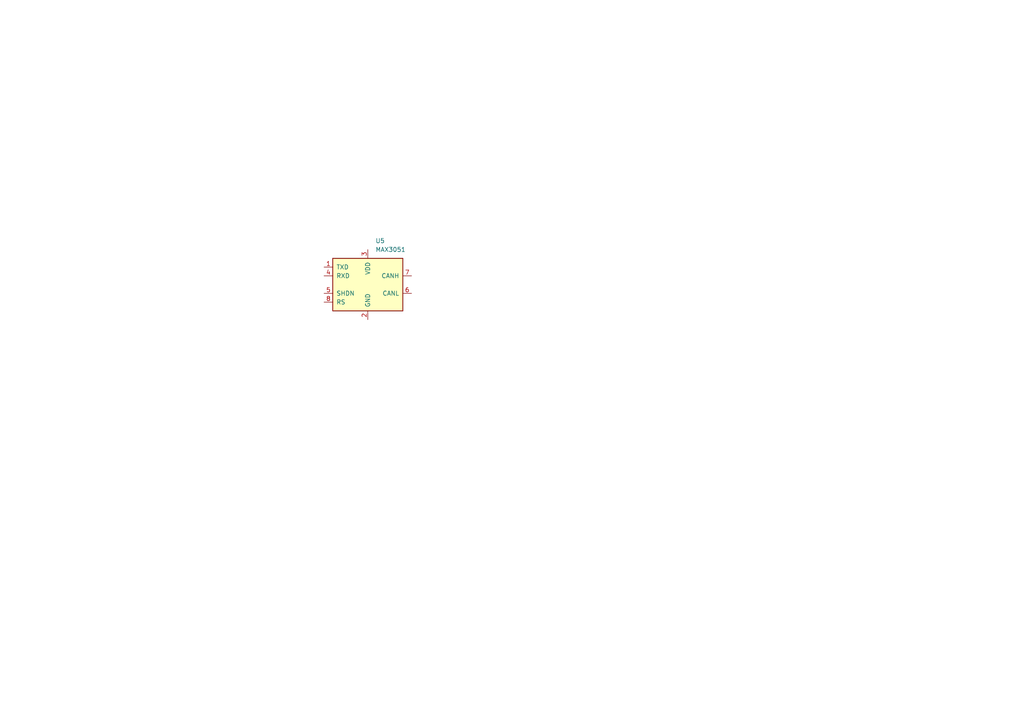
<source format=kicad_sch>
(kicad_sch (version 20230121) (generator eeschema)
  (paper "A4")
  (lib_symbols
    (symbol "Interface_UART:MAX3051" (pin_names (offset 1.016))
      (property "Reference" "U" (at -10.16 8.89 0))
      (property "Value" "MAX3051" (at 2.54 8.89 0))
      (symbol "MAX3051_0_1"
        (rectangle (start -10.16 7.62) (end 10.16 -7.62) (stroke (width 0.254)) (fill (type background)))
      )
      (symbol "MAX3051_1_1"
        (pin input line (at -12.7 5.08 0) (length 2.54) (name "TXD") (number "1"))
        (pin power_in line (at 0 -10.16 90) (length 2.54) (name "GND") (number "2"))
        (pin power_in line (at 0 10.16 270) (length 2.54) (name "VDD") (number "3"))
        (pin output line (at -12.7 2.54 0) (length 2.54) (name "RXD") (number "4"))
        (pin input line (at -12.7 -2.54 0) (length 2.54) (name "SHDN") (number "5"))
        (pin bidirectional line (at 12.7 -2.54 180) (length 2.54) (name "CANL") (number "6"))
        (pin bidirectional line (at 12.7 2.54 180) (length 2.54) (name "CANH") (number "7"))
        (pin input line (at -12.7 -5.08 0) (length 2.54) (name "RS") (number "8"))
      )
    )
  )
  (symbol (lib_id "Interface_UART:MAX3051") (at 106.68 82.55 0) (unit 1)
    (property "Reference" "U5" (at 108.8741 69.85 0) (effects (justify left)))
    (property "Value" "MAX3051" (at 108.8741 72.39 0) (effects (justify left)))
    (property "Footprint" "Package_SO:SO-8_3.9x4.9mm_P1.27mm" (effects hide))
    (property "Datasheet" "http://datasheets.maximintegrated.com/en/ds/MAX3051.pdf" (effects hide))
  )
)
</source>
